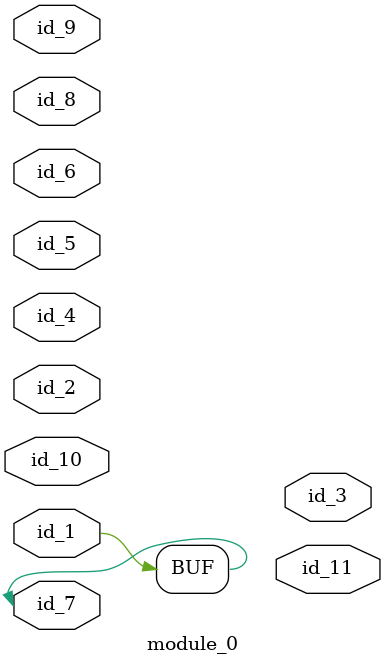
<source format=v>
module module_0 (
    id_1,
    id_2,
    id_3,
    id_4,
    id_5,
    id_6,
    id_7,
    id_8,
    id_9,
    id_10,
    id_11
);
  output id_11;
  inout id_10;
  input id_9;
  inout id_8;
  inout id_7;
  inout id_6;
  inout id_5;
  input id_4;
  output id_3;
  inout id_2;
  input id_1;
  assign id_7 = id_1;
endmodule

</source>
